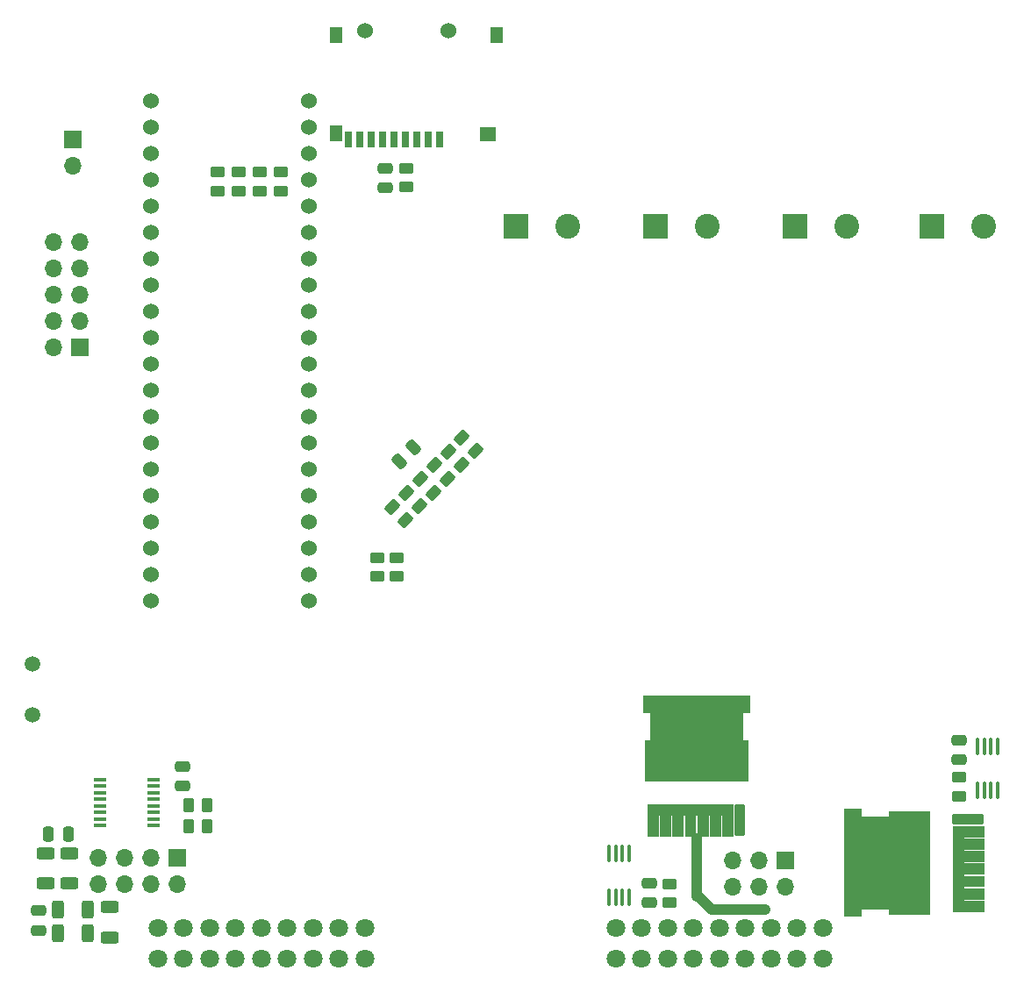
<source format=gbr>
%TF.GenerationSoftware,KiCad,Pcbnew,7.99.0-2367-gcb54bdfa84*%
%TF.CreationDate,2023-12-26T22:21:42+02:00*%
%TF.ProjectId,speeduino_stm32,73706565-6475-4696-9e6f-5f73746d3332,rev?*%
%TF.SameCoordinates,Original*%
%TF.FileFunction,Soldermask,Bot*%
%TF.FilePolarity,Negative*%
%FSLAX46Y46*%
G04 Gerber Fmt 4.6, Leading zero omitted, Abs format (unit mm)*
G04 Created by KiCad (PCBNEW 7.99.0-2367-gcb54bdfa84) date 2023-12-26 22:21:42*
%MOMM*%
%LPD*%
G01*
G04 APERTURE LIST*
G04 Aperture macros list*
%AMRoundRect*
0 Rectangle with rounded corners*
0 $1 Rounding radius*
0 $2 $3 $4 $5 $6 $7 $8 $9 X,Y pos of 4 corners*
0 Add a 4 corners polygon primitive as box body*
4,1,4,$2,$3,$4,$5,$6,$7,$8,$9,$2,$3,0*
0 Add four circle primitives for the rounded corners*
1,1,$1+$1,$2,$3*
1,1,$1+$1,$4,$5*
1,1,$1+$1,$6,$7*
1,1,$1+$1,$8,$9*
0 Add four rect primitives between the rounded corners*
20,1,$1+$1,$2,$3,$4,$5,0*
20,1,$1+$1,$4,$5,$6,$7,0*
20,1,$1+$1,$6,$7,$8,$9,0*
20,1,$1+$1,$8,$9,$2,$3,0*%
G04 Aperture macros list end*
%ADD10C,1.000000*%
%ADD11C,0.010000*%
%ADD12R,1.700000X1.700000*%
%ADD13O,1.700000X1.700000*%
%ADD14R,2.400000X2.400000*%
%ADD15C,2.400000*%
%ADD16C,1.800000*%
%ADD17C,1.524000*%
%ADD18C,1.500000*%
%ADD19RoundRect,0.250000X0.312500X0.625000X-0.312500X0.625000X-0.312500X-0.625000X0.312500X-0.625000X0*%
%ADD20RoundRect,0.250000X0.503814X0.132583X0.132583X0.503814X-0.503814X-0.132583X-0.132583X-0.503814X0*%
%ADD21RoundRect,0.250000X-0.450000X0.262500X-0.450000X-0.262500X0.450000X-0.262500X0.450000X0.262500X0*%
%ADD22RoundRect,0.250000X0.450000X-0.262500X0.450000X0.262500X-0.450000X0.262500X-0.450000X-0.262500X0*%
%ADD23RoundRect,0.102000X0.400000X-1.400000X0.400000X1.400000X-0.400000X1.400000X-0.400000X-1.400000X0*%
%ADD24RoundRect,0.250000X0.475000X-0.250000X0.475000X0.250000X-0.475000X0.250000X-0.475000X-0.250000X0*%
%ADD25RoundRect,0.250000X-0.475000X0.250000X-0.475000X-0.250000X0.475000X-0.250000X0.475000X0.250000X0*%
%ADD26RoundRect,0.250000X0.159099X-0.512652X0.512652X-0.159099X-0.159099X0.512652X-0.512652X0.159099X0*%
%ADD27RoundRect,0.100000X0.100000X-0.712500X0.100000X0.712500X-0.100000X0.712500X-0.100000X-0.712500X0*%
%ADD28RoundRect,0.250000X0.625000X-0.312500X0.625000X0.312500X-0.625000X0.312500X-0.625000X-0.312500X0*%
%ADD29RoundRect,0.100000X-0.100000X0.712500X-0.100000X-0.712500X0.100000X-0.712500X0.100000X0.712500X0*%
%ADD30R,0.700000X1.600000*%
%ADD31R,1.200000X1.600000*%
%ADD32R,1.600000X1.400000*%
%ADD33RoundRect,0.250000X-0.250000X-0.475000X0.250000X-0.475000X0.250000X0.475000X-0.250000X0.475000X0*%
%ADD34RoundRect,0.250000X0.262500X0.450000X-0.262500X0.450000X-0.262500X-0.450000X0.262500X-0.450000X0*%
%ADD35R,1.200000X0.400000*%
%ADD36RoundRect,0.102000X1.400000X0.400000X-1.400000X0.400000X-1.400000X-0.400000X1.400000X-0.400000X0*%
%ADD37RoundRect,0.250000X-0.625000X0.312500X-0.625000X-0.312500X0.625000X-0.312500X0.625000X0.312500X0*%
G04 APERTURE END LIST*
D10*
X94234000Y-113919000D02*
X99441000Y-113919000D01*
X92837000Y-107061000D02*
X92837000Y-112649000D01*
X92964000Y-112649000D02*
X94234000Y-113919000D01*
D11*
%TO.C,Q1*%
X97937000Y-94908000D02*
X97237000Y-94908000D01*
X97237000Y-97608000D01*
X97737000Y-97608000D01*
X97737000Y-101508000D01*
X87837000Y-101508000D01*
X87837000Y-97608000D01*
X88337000Y-97608000D01*
X88337000Y-94908000D01*
X87637000Y-94908000D01*
X87637000Y-93308000D01*
X97937000Y-93308000D01*
X97937000Y-94908000D01*
G36*
X97937000Y-94908000D02*
G01*
X97237000Y-94908000D01*
X97237000Y-97608000D01*
X97737000Y-97608000D01*
X97737000Y-101508000D01*
X87837000Y-101508000D01*
X87837000Y-97608000D01*
X88337000Y-97608000D01*
X88337000Y-94908000D01*
X87637000Y-94908000D01*
X87637000Y-93308000D01*
X97937000Y-93308000D01*
X97937000Y-94908000D01*
G37*
X96287000Y-106808000D02*
X95287000Y-106808000D01*
X95287000Y-104808000D01*
X95087000Y-104808000D01*
X95087000Y-106808000D01*
X94087000Y-106808000D01*
X94087000Y-104808000D01*
X93887000Y-104808000D01*
X93887000Y-106808000D01*
X92887000Y-106808000D01*
X92887000Y-104808000D01*
X92687000Y-104808000D01*
X92687000Y-106808000D01*
X91687000Y-106808000D01*
X91687000Y-104808000D01*
X91487000Y-104808000D01*
X91487000Y-106808000D01*
X90487000Y-106808000D01*
X90487000Y-104808000D01*
X90287000Y-104808000D01*
X90287000Y-106808000D01*
X89287000Y-106808000D01*
X89287000Y-104808000D01*
X89087000Y-104808000D01*
X89087000Y-106808000D01*
X88087000Y-106808000D01*
X88087000Y-103808000D01*
X96287000Y-103808000D01*
X96287000Y-106808000D01*
G36*
X96287000Y-106808000D02*
G01*
X95287000Y-106808000D01*
X95287000Y-104808000D01*
X95087000Y-104808000D01*
X95087000Y-106808000D01*
X94087000Y-106808000D01*
X94087000Y-104808000D01*
X93887000Y-104808000D01*
X93887000Y-106808000D01*
X92887000Y-106808000D01*
X92887000Y-104808000D01*
X92687000Y-104808000D01*
X92687000Y-106808000D01*
X91687000Y-106808000D01*
X91687000Y-104808000D01*
X91487000Y-104808000D01*
X91487000Y-106808000D01*
X90487000Y-106808000D01*
X90487000Y-104808000D01*
X90287000Y-104808000D01*
X90287000Y-106808000D01*
X89287000Y-106808000D01*
X89287000Y-104808000D01*
X89087000Y-104808000D01*
X89087000Y-106808000D01*
X88087000Y-106808000D01*
X88087000Y-103808000D01*
X96287000Y-103808000D01*
X96287000Y-106808000D01*
G37*
%TO.C,Q2*%
X108624000Y-104947000D02*
X111324000Y-104947000D01*
X111324000Y-104447000D01*
X115224000Y-104447000D01*
X115224000Y-114347000D01*
X111324000Y-114347000D01*
X111324000Y-113847000D01*
X108624000Y-113847000D01*
X108624000Y-114547000D01*
X107024000Y-114547000D01*
X107024000Y-104247000D01*
X108624000Y-104247000D01*
X108624000Y-104947000D01*
G36*
X108624000Y-104947000D02*
G01*
X111324000Y-104947000D01*
X111324000Y-104447000D01*
X115224000Y-104447000D01*
X115224000Y-114347000D01*
X111324000Y-114347000D01*
X111324000Y-113847000D01*
X108624000Y-113847000D01*
X108624000Y-114547000D01*
X107024000Y-114547000D01*
X107024000Y-104247000D01*
X108624000Y-104247000D01*
X108624000Y-104947000D01*
G37*
X120524000Y-106897000D02*
X118524000Y-106897000D01*
X118524000Y-107097000D01*
X120524000Y-107097000D01*
X120524000Y-108097000D01*
X118524000Y-108097000D01*
X118524000Y-108297000D01*
X120524000Y-108297000D01*
X120524000Y-109297000D01*
X118524000Y-109297000D01*
X118524000Y-109497000D01*
X120524000Y-109497000D01*
X120524000Y-110497000D01*
X118524000Y-110497000D01*
X118524000Y-110697000D01*
X120524000Y-110697000D01*
X120524000Y-111697000D01*
X118524000Y-111697000D01*
X118524000Y-111897000D01*
X120524000Y-111897000D01*
X120524000Y-112897000D01*
X118524000Y-112897000D01*
X118524000Y-113097000D01*
X120524000Y-113097000D01*
X120524000Y-114097000D01*
X117524000Y-114097000D01*
X117524000Y-105897000D01*
X120524000Y-105897000D01*
X120524000Y-106897000D01*
G36*
X120524000Y-106897000D02*
G01*
X118524000Y-106897000D01*
X118524000Y-107097000D01*
X120524000Y-107097000D01*
X120524000Y-108097000D01*
X118524000Y-108097000D01*
X118524000Y-108297000D01*
X120524000Y-108297000D01*
X120524000Y-109297000D01*
X118524000Y-109297000D01*
X118524000Y-109497000D01*
X120524000Y-109497000D01*
X120524000Y-110497000D01*
X118524000Y-110497000D01*
X118524000Y-110697000D01*
X120524000Y-110697000D01*
X120524000Y-111697000D01*
X118524000Y-111697000D01*
X118524000Y-111897000D01*
X120524000Y-111897000D01*
X120524000Y-112897000D01*
X118524000Y-112897000D01*
X118524000Y-113097000D01*
X120524000Y-113097000D01*
X120524000Y-114097000D01*
X117524000Y-114097000D01*
X117524000Y-105897000D01*
X120524000Y-105897000D01*
X120524000Y-106897000D01*
G37*
%TD*%
D12*
%TO.C,J5*%
X33274000Y-59690000D03*
D13*
X30734000Y-59690000D03*
X33274000Y-57150000D03*
X30734000Y-57150000D03*
X33274000Y-54610000D03*
X30734000Y-54610000D03*
X33274000Y-52070000D03*
X30734000Y-52070000D03*
X33274000Y-49530000D03*
X30734000Y-49530000D03*
%TD*%
D14*
%TO.C,C33*%
X102324041Y-48006000D03*
D15*
X107324041Y-48006000D03*
%TD*%
D16*
%TO.C,J2*%
X60800000Y-115726500D03*
X58300000Y-115726500D03*
X55800000Y-115726500D03*
X53300000Y-115726500D03*
X50800000Y-115726500D03*
X48300000Y-115726500D03*
X45800000Y-115726500D03*
X43300000Y-115726500D03*
X40800000Y-115726500D03*
X60800000Y-118726500D03*
X58300000Y-118726500D03*
X55800000Y-118726500D03*
X53300000Y-118726500D03*
X50800000Y-118726500D03*
X48300000Y-118726500D03*
X45800000Y-118726500D03*
X43300000Y-118726500D03*
X40800000Y-118726500D03*
%TD*%
%TO.C,J3*%
X104996000Y-115726500D03*
X102496000Y-115726500D03*
X99996000Y-115726500D03*
X97496000Y-115726500D03*
X94996000Y-115726500D03*
X92496000Y-115726500D03*
X89996000Y-115726500D03*
X87496000Y-115726500D03*
X84996000Y-115726500D03*
X104996000Y-118726500D03*
X102496000Y-118726500D03*
X99996000Y-118726500D03*
X97496000Y-118726500D03*
X94996000Y-118726500D03*
X92496000Y-118726500D03*
X89996000Y-118726500D03*
X87496000Y-118726500D03*
X84996000Y-118726500D03*
%TD*%
D17*
%TO.C,U1*%
X55372000Y-84113500D03*
X55372000Y-81573500D03*
X55372000Y-79033500D03*
X55372000Y-76493500D03*
X55372000Y-73953500D03*
X55372000Y-71413500D03*
X55372000Y-68873500D03*
X55372000Y-66333500D03*
X55372000Y-63793500D03*
X55372000Y-61253500D03*
X55372000Y-58713500D03*
X55372000Y-56173500D03*
X55372000Y-53633500D03*
X55372000Y-51093500D03*
X55372000Y-48553500D03*
X55372000Y-46013500D03*
X55372000Y-43473500D03*
X55372000Y-40933500D03*
X55372000Y-38393500D03*
X55372000Y-35853500D03*
X40132000Y-84113500D03*
X40132000Y-81573500D03*
X40132000Y-79033500D03*
X40132000Y-76493500D03*
X40132000Y-73953500D03*
X40132000Y-71413500D03*
X40132000Y-68873500D03*
X40132000Y-66333500D03*
X40132000Y-63793500D03*
X40132000Y-61253500D03*
X40132000Y-58713500D03*
X40132000Y-56173500D03*
X40132000Y-53633500D03*
X40132000Y-51093500D03*
X40132000Y-48553500D03*
X40132000Y-46013500D03*
X40132000Y-43473500D03*
X40132000Y-40933500D03*
X40132000Y-38393500D03*
X40132000Y-35853500D03*
%TD*%
D14*
%TO.C,C36*%
X88862041Y-48006000D03*
D15*
X93862041Y-48006000D03*
%TD*%
D12*
%TO.C,J6*%
X101346000Y-109220000D03*
D13*
X101346000Y-111760000D03*
X98806000Y-109220000D03*
X98806000Y-111760000D03*
X96266000Y-109220000D03*
X96266000Y-111760000D03*
%TD*%
D14*
%TO.C,C37*%
X115532041Y-48006000D03*
D15*
X120532041Y-48006000D03*
%TD*%
D12*
%TO.C,J4*%
X42662000Y-108961000D03*
D13*
X42662000Y-111501000D03*
X40122000Y-108961000D03*
X40122000Y-111501000D03*
X37582000Y-108961000D03*
X37582000Y-111501000D03*
X35042000Y-108961000D03*
X35042000Y-111501000D03*
%TD*%
D18*
%TO.C,Y1*%
X28702000Y-95160000D03*
X28702000Y-90260000D03*
%TD*%
D12*
%TO.C,J1*%
X32639000Y-39619000D03*
D13*
X32639000Y-42159000D03*
%TD*%
D14*
%TO.C,C1*%
X75400041Y-48006000D03*
D15*
X80400041Y-48006000D03*
%TD*%
D19*
%TO.C,R61*%
X34106000Y-116266000D03*
X31181000Y-116266000D03*
%TD*%
D20*
%TO.C,R70*%
X68767196Y-72350274D03*
X67476726Y-71059804D03*
%TD*%
D21*
%TO.C,R83*%
X50673000Y-42775500D03*
X50673000Y-44600500D03*
%TD*%
%TO.C,R85*%
X64770000Y-42394500D03*
X64770000Y-44219500D03*
%TD*%
D20*
%TO.C,R66*%
X64726081Y-76391389D03*
X63435611Y-75100919D03*
%TD*%
D22*
%TO.C,R79*%
X90170000Y-113307500D03*
X90170000Y-111482500D03*
%TD*%
D23*
%TO.C,Q1*%
X96987000Y-105308000D03*
%TD*%
D24*
%TO.C,C43*%
X29341500Y-115946000D03*
X29341500Y-114046000D03*
%TD*%
D25*
%TO.C,C35*%
X88224000Y-111398500D03*
X88224000Y-113298500D03*
%TD*%
D20*
%TO.C,R72*%
X71461273Y-69656197D03*
X70170803Y-68365727D03*
%TD*%
D26*
%TO.C,C45*%
X64098249Y-70648751D03*
X65441751Y-69305249D03*
%TD*%
D27*
%TO.C,U9*%
X121879000Y-102442500D03*
X121229000Y-102442500D03*
X120579000Y-102442500D03*
X119929000Y-102442500D03*
X119929000Y-98217500D03*
X120579000Y-98217500D03*
X121229000Y-98217500D03*
X121879000Y-98217500D03*
%TD*%
D25*
%TO.C,C44*%
X43180000Y-100142000D03*
X43180000Y-102042000D03*
%TD*%
D28*
%TO.C,R60*%
X32258000Y-111444500D03*
X32258000Y-108519500D03*
%TD*%
D29*
%TO.C,U8*%
X84369000Y-108504500D03*
X85019000Y-108504500D03*
X85669000Y-108504500D03*
X86319000Y-108504500D03*
X86319000Y-112729500D03*
X85669000Y-112729500D03*
X85019000Y-112729500D03*
X84369000Y-112729500D03*
%TD*%
D30*
%TO.C,J7*%
X68036000Y-39642900D03*
X66936000Y-39642900D03*
X65836000Y-39642900D03*
X64736000Y-39642900D03*
X63636000Y-39642900D03*
X62536000Y-39642900D03*
X61436000Y-39642900D03*
X60336000Y-39642900D03*
X59236000Y-39642900D03*
D31*
X58036000Y-39042900D03*
D17*
X68836000Y-29142900D03*
X60836000Y-29142900D03*
D32*
X72636000Y-39142900D03*
D31*
X58036000Y-29542900D03*
X73536000Y-29542900D03*
%TD*%
D20*
%TO.C,R69*%
X67420157Y-73697313D03*
X66129687Y-72406843D03*
%TD*%
%TO.C,R65*%
X66073119Y-75044351D03*
X64782649Y-73753881D03*
%TD*%
D24*
%TO.C,C46*%
X118110000Y-99502000D03*
X118110000Y-97602000D03*
%TD*%
D33*
%TO.C,C39*%
X30292000Y-106680000D03*
X32192000Y-106680000D03*
%TD*%
D34*
%TO.C,R63*%
X45616500Y-105918000D03*
X43791500Y-105918000D03*
%TD*%
D28*
%TO.C,R59*%
X29972000Y-111444500D03*
X29972000Y-108519500D03*
%TD*%
D25*
%TO.C,C47*%
X62738000Y-42377001D03*
X62738000Y-44276999D03*
%TD*%
D20*
%TO.C,R71*%
X70114235Y-71003235D03*
X68823765Y-69712765D03*
%TD*%
D35*
%TO.C,U7*%
X40446000Y-101409500D03*
X40446000Y-102044500D03*
X40446000Y-102679500D03*
X40446000Y-103314500D03*
X40446000Y-103949500D03*
X40446000Y-104584500D03*
X40446000Y-105219500D03*
X40446000Y-105854500D03*
X35246000Y-105854500D03*
X35246000Y-105219500D03*
X35246000Y-104584500D03*
X35246000Y-103949500D03*
X35246000Y-103314500D03*
X35246000Y-102679500D03*
X35246000Y-102044500D03*
X35246000Y-101409500D03*
%TD*%
D21*
%TO.C,R84*%
X52705000Y-42752000D03*
X52705000Y-44577000D03*
%TD*%
D22*
%TO.C,R80*%
X118110000Y-103020500D03*
X118110000Y-101195500D03*
%TD*%
D34*
%TO.C,R64*%
X45616500Y-103886000D03*
X43791500Y-103886000D03*
%TD*%
D22*
%TO.C,R67*%
X63881000Y-81811500D03*
X63881000Y-79986500D03*
%TD*%
D21*
%TO.C,R82*%
X48641000Y-42775500D03*
X48641000Y-44600500D03*
%TD*%
D19*
%TO.C,R62*%
X34106000Y-113980000D03*
X31181000Y-113980000D03*
%TD*%
D36*
%TO.C,Q2*%
X119024000Y-105197000D03*
%TD*%
D21*
%TO.C,R81*%
X46609000Y-42775500D03*
X46609000Y-44600500D03*
%TD*%
D22*
%TO.C,R68*%
X61976000Y-81811500D03*
X61976000Y-79986500D03*
%TD*%
D37*
%TO.C,R86*%
X36195000Y-113726500D03*
X36195000Y-116651500D03*
%TD*%
M02*

</source>
